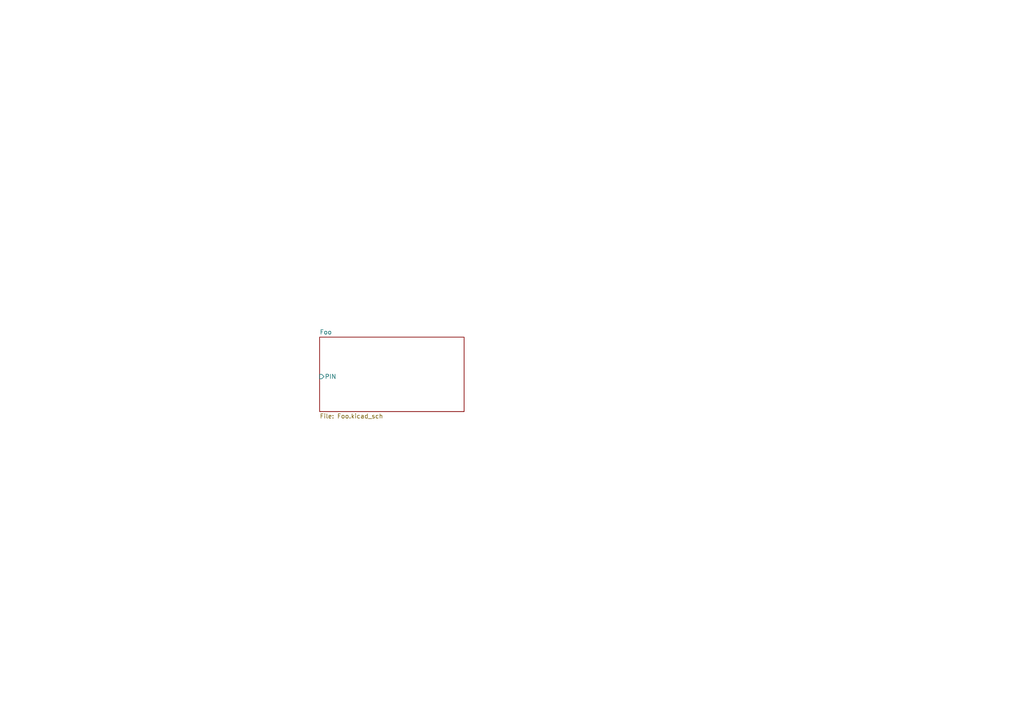
<source format=kicad_sch>
(kicad_sch (version 20230121) (generator eeschema)
  (paper "A4")
  (lib_symbols)
  (sheet (at 92.71 97.79) (size 41.91 21.59) (stroke (width 0.1524))
    (property "Sheetname" "Foo" (at 92.71 97.0784 0) (effects (justify left bottom)))
    (property "Sheetfile" "Foo.kicad_sch" (at 92.71 119.9646 0) (effects (justify left top)))
    (pin "PIN" input (at 92.71 109.22 180))
  )
)
</source>
